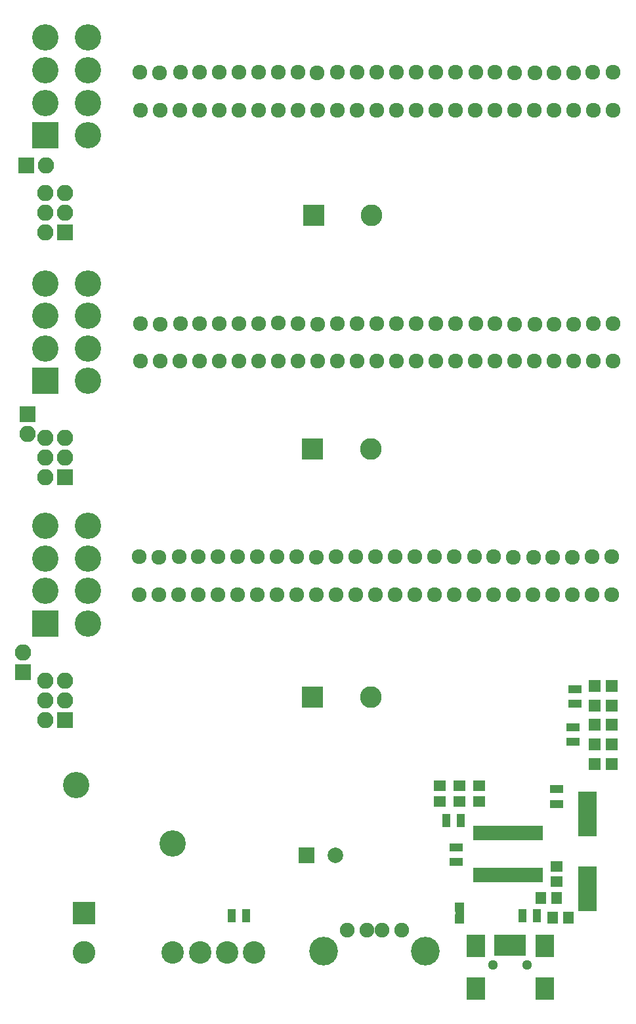
<source format=gbr>
G04 #@! TF.FileFunction,Soldermask,Top*
%FSLAX46Y46*%
G04 Gerber Fmt 4.6, Leading zero omitted, Abs format (unit mm)*
G04 Created by KiCad (PCBNEW 4.0.4-stable) date 05/10/17 13:02:38*
%MOMM*%
%LPD*%
G01*
G04 APERTURE LIST*
%ADD10C,0.100000*%
%ADD11C,1.924000*%
%ADD12R,1.700000X1.100000*%
%ADD13R,1.600000X1.600000*%
%ADD14R,1.100000X1.700000*%
%ADD15R,1.650000X1.400000*%
%ADD16R,1.400000X1.650000*%
%ADD17R,2.330400X5.734000*%
%ADD18R,0.750000X1.900000*%
%ADD19R,2.800000X2.800000*%
%ADD20C,2.800000*%
%ADD21R,0.900380X2.701240*%
%ADD22R,2.398980X2.899360*%
%ADD23C,1.299160*%
%ADD24C,2.900000*%
%ADD25R,2.940000X2.940000*%
%ADD26C,2.940000*%
%ADD27C,1.908000*%
%ADD28C,3.702000*%
%ADD29R,2.000000X2.000000*%
%ADD30C,2.000000*%
%ADD31R,2.100000X2.100000*%
%ADD32O,2.100000X2.100000*%
%ADD33R,1.150000X1.200000*%
%ADD34C,3.400000*%
%ADD35R,3.400000X3.400000*%
G04 APERTURE END LIST*
D10*
D11*
X44680000Y-91350000D03*
X47220000Y-91350000D03*
X49760000Y-91350000D03*
X52300000Y-91350000D03*
X54840000Y-91350000D03*
X57380000Y-91350000D03*
X59920000Y-91350000D03*
X62460000Y-91350000D03*
X65000000Y-91350000D03*
X67540000Y-91350000D03*
X70080000Y-91350000D03*
X72620000Y-91350000D03*
X75160000Y-91350000D03*
X77700000Y-91350000D03*
X80240000Y-91350000D03*
X82780000Y-91350000D03*
X85320000Y-91350000D03*
X87860000Y-91350000D03*
X90400000Y-91350000D03*
X92940000Y-91350000D03*
X95480000Y-91350000D03*
X98020000Y-91350000D03*
X100560000Y-91350000D03*
X103100000Y-91350000D03*
X105640000Y-86500000D03*
X103036500Y-86500000D03*
X100560000Y-86563500D03*
X98020000Y-86563500D03*
X95543500Y-86563500D03*
X92940000Y-86563500D03*
X90400000Y-86500000D03*
X87923500Y-86500000D03*
X85320000Y-86500000D03*
X82780000Y-86500000D03*
X80240000Y-86500000D03*
X77700000Y-86500000D03*
X75160000Y-86500000D03*
X72620000Y-86500000D03*
X70080000Y-86500000D03*
X67476500Y-86563500D03*
X65000000Y-86500000D03*
X62460000Y-86436500D03*
X59920000Y-86500000D03*
X57380000Y-86500000D03*
X54840000Y-86500000D03*
X52300000Y-86500000D03*
X49823500Y-86500000D03*
X47156500Y-86563500D03*
X44616500Y-86500000D03*
X44680000Y-91350000D03*
X105640000Y-91350000D03*
X44840000Y-61250000D03*
X47380000Y-61250000D03*
X49920000Y-61250000D03*
X52460000Y-61250000D03*
X55000000Y-61250000D03*
X57540000Y-61250000D03*
X60080000Y-61250000D03*
X62620000Y-61250000D03*
X65160000Y-61250000D03*
X67700000Y-61250000D03*
X70240000Y-61250000D03*
X72780000Y-61250000D03*
X75320000Y-61250000D03*
X77860000Y-61250000D03*
X80400000Y-61250000D03*
X82940000Y-61250000D03*
X85480000Y-61250000D03*
X88020000Y-61250000D03*
X90560000Y-61250000D03*
X93100000Y-61250000D03*
X95640000Y-61250000D03*
X98180000Y-61250000D03*
X100720000Y-61250000D03*
X103260000Y-61250000D03*
X105800000Y-56400000D03*
X103196500Y-56400000D03*
X100720000Y-56463500D03*
X98180000Y-56463500D03*
X95703500Y-56463500D03*
X93100000Y-56463500D03*
X90560000Y-56400000D03*
X88083500Y-56400000D03*
X85480000Y-56400000D03*
X82940000Y-56400000D03*
X80400000Y-56400000D03*
X77860000Y-56400000D03*
X75320000Y-56400000D03*
X72780000Y-56400000D03*
X70240000Y-56400000D03*
X67636500Y-56463500D03*
X65160000Y-56400000D03*
X62620000Y-56336500D03*
X60080000Y-56400000D03*
X57540000Y-56400000D03*
X55000000Y-56400000D03*
X52460000Y-56400000D03*
X49983500Y-56400000D03*
X47316500Y-56463500D03*
X44776500Y-56400000D03*
X44840000Y-61250000D03*
X105800000Y-61250000D03*
X44800000Y-28850000D03*
X47340000Y-28850000D03*
X49880000Y-28850000D03*
X52420000Y-28850000D03*
X54960000Y-28850000D03*
X57500000Y-28850000D03*
X60040000Y-28850000D03*
X62580000Y-28850000D03*
X65120000Y-28850000D03*
X67660000Y-28850000D03*
X70200000Y-28850000D03*
X72740000Y-28850000D03*
X75280000Y-28850000D03*
X77820000Y-28850000D03*
X80360000Y-28850000D03*
X82900000Y-28850000D03*
X85440000Y-28850000D03*
X87980000Y-28850000D03*
X90520000Y-28850000D03*
X93060000Y-28850000D03*
X95600000Y-28850000D03*
X98140000Y-28850000D03*
X100680000Y-28850000D03*
X103220000Y-28850000D03*
X105760000Y-24000000D03*
X103156500Y-24000000D03*
X100680000Y-24063500D03*
X98140000Y-24063500D03*
X95663500Y-24063500D03*
X93060000Y-24063500D03*
X90520000Y-24000000D03*
X88043500Y-24000000D03*
X85440000Y-24000000D03*
X82900000Y-24000000D03*
X80360000Y-24000000D03*
X77820000Y-24000000D03*
X75280000Y-24000000D03*
X72740000Y-24000000D03*
X70200000Y-24000000D03*
X67596500Y-24063500D03*
X65120000Y-24000000D03*
X62580000Y-23936500D03*
X60040000Y-24000000D03*
X57500000Y-24000000D03*
X54960000Y-24000000D03*
X52420000Y-24000000D03*
X49943500Y-24000000D03*
X47276500Y-24063500D03*
X44736500Y-24000000D03*
X44800000Y-28850000D03*
X105760000Y-28850000D03*
D12*
X100900000Y-105450000D03*
X100900000Y-103550000D03*
D13*
X105600000Y-110643548D03*
X103400000Y-110643548D03*
D14*
X84250000Y-120500000D03*
X86150000Y-120500000D03*
D15*
X86000000Y-118000000D03*
X86000000Y-116000000D03*
D13*
X105600000Y-113200000D03*
X103400000Y-113200000D03*
D12*
X100600000Y-110350000D03*
X100600000Y-108450000D03*
D16*
X98000000Y-133000000D03*
X100000000Y-133000000D03*
D13*
X103400000Y-108143548D03*
X105600000Y-108143548D03*
D15*
X88500000Y-118000000D03*
X88500000Y-116000000D03*
D14*
X95950000Y-132800000D03*
X94050000Y-132800000D03*
D16*
X96500000Y-130500000D03*
X98500000Y-130500000D03*
D13*
X103400000Y-105643548D03*
X105600000Y-105643548D03*
D12*
X85500000Y-123950000D03*
X85500000Y-125850000D03*
D13*
X105600000Y-103143548D03*
X103400000Y-103143548D03*
D17*
X102500000Y-129326000D03*
X102500000Y-119674000D03*
D18*
X91889000Y-127500000D03*
X91889000Y-122100000D03*
X92509000Y-127500000D03*
X92529000Y-122100000D03*
X91249000Y-122100000D03*
X91249000Y-127500000D03*
X90609000Y-127500000D03*
X90609000Y-122100000D03*
X93169000Y-122100000D03*
X93809000Y-122100000D03*
X93169000Y-127500000D03*
X93809000Y-127500000D03*
X89969000Y-127500000D03*
X94449000Y-127500000D03*
X94449000Y-122100000D03*
X89969000Y-122100000D03*
X89329000Y-127500000D03*
X89329000Y-122100000D03*
X95089000Y-122100000D03*
X95089000Y-127500000D03*
X95729000Y-127500000D03*
X95729000Y-122100000D03*
X88689000Y-122100000D03*
X88689000Y-127500000D03*
X88049000Y-127500000D03*
X88049000Y-122100000D03*
X96369000Y-122100000D03*
X96369000Y-127500000D03*
D15*
X83400000Y-118000000D03*
X83400000Y-116000000D03*
X98500000Y-126400000D03*
X98500000Y-128400000D03*
D12*
X98500000Y-116450000D03*
X98500000Y-118350000D03*
D19*
X67000000Y-104600000D03*
D20*
X74500000Y-104600000D03*
D19*
X67140000Y-42410000D03*
D20*
X74640000Y-42410000D03*
D19*
X67000000Y-72600000D03*
D20*
X74500000Y-72600000D03*
D21*
X90899800Y-136550680D03*
X91699900Y-136550680D03*
X92500000Y-136550680D03*
X93300100Y-136550680D03*
X94100200Y-136550680D03*
D22*
X88049920Y-136649740D03*
X88049920Y-142148840D03*
X96950080Y-136649740D03*
X96950080Y-142148840D03*
D23*
X90300360Y-139149100D03*
X94699640Y-139149100D03*
D24*
X49000000Y-137500000D03*
X52500000Y-137500000D03*
X56000000Y-137500000D03*
X59500000Y-137500000D03*
D25*
X37500000Y-132460000D03*
D26*
X37500000Y-137540000D03*
D14*
X56550000Y-132750000D03*
X58450000Y-132750000D03*
D27*
X71499900Y-134629900D03*
X74000000Y-134629900D03*
X76000000Y-134629900D03*
X78500100Y-134629900D03*
D28*
X68429900Y-137339900D03*
X81570100Y-137339900D03*
D29*
X66200000Y-125000000D03*
D30*
X70000000Y-125000000D03*
D31*
X35040000Y-44640000D03*
D32*
X32500000Y-44640000D03*
X35040000Y-42100000D03*
X32500000Y-42100000D03*
X35040000Y-39560000D03*
X32500000Y-39560000D03*
D31*
X35040000Y-76180000D03*
D32*
X32500000Y-76180000D03*
X35040000Y-73640000D03*
X32500000Y-73640000D03*
X35040000Y-71100000D03*
X32500000Y-71100000D03*
D31*
X35040000Y-107580000D03*
D32*
X32500000Y-107580000D03*
X35040000Y-105040000D03*
X32500000Y-105040000D03*
X35040000Y-102500000D03*
X32500000Y-102500000D03*
D33*
X86000000Y-131700000D03*
X86000000Y-133200000D03*
D10*
G36*
X86575000Y-133783800D02*
X85425000Y-133233800D01*
X85425000Y-132783800D01*
X86575000Y-132233800D01*
X86575000Y-133783800D01*
X86575000Y-133783800D01*
G37*
G36*
X85425000Y-132233800D02*
X86575000Y-132783800D01*
X86575000Y-133233800D01*
X85425000Y-133783800D01*
X85425000Y-132233800D01*
X85425000Y-132233800D01*
G37*
G36*
X86200040Y-132642000D02*
X85424040Y-132342000D01*
X85424040Y-131542000D01*
X86200040Y-131242000D01*
X86200040Y-132642000D01*
X86200040Y-132642000D01*
G37*
G36*
X85799960Y-131242000D02*
X86575960Y-131542000D01*
X86575960Y-132342000D01*
X85799960Y-132642000D01*
X85799960Y-131242000D01*
X85799960Y-131242000D01*
G37*
D34*
X36500000Y-115930000D03*
X49000000Y-123430000D03*
D35*
X32500000Y-32131000D03*
D34*
X32500000Y-27931000D03*
X32500000Y-23731000D03*
X32500000Y-19531000D03*
X38000000Y-32131000D03*
X38000000Y-27931000D03*
X38000000Y-23731000D03*
X38000000Y-19531000D03*
D35*
X32500000Y-63800000D03*
D34*
X32500000Y-59600000D03*
X32500000Y-55400000D03*
X32500000Y-51200000D03*
X38000000Y-63800000D03*
X38000000Y-59600000D03*
X38000000Y-55400000D03*
X38000000Y-51200000D03*
D35*
X32500000Y-95100000D03*
D34*
X32500000Y-90900000D03*
X32500000Y-86700000D03*
X32500000Y-82500000D03*
X38000000Y-95100000D03*
X38000000Y-90900000D03*
X38000000Y-86700000D03*
X38000000Y-82500000D03*
D31*
X30060000Y-35980000D03*
D32*
X32600000Y-35980000D03*
D31*
X30250000Y-68100000D03*
D32*
X30250000Y-70640000D03*
D31*
X29700000Y-101330000D03*
D32*
X29700000Y-98790000D03*
M02*

</source>
